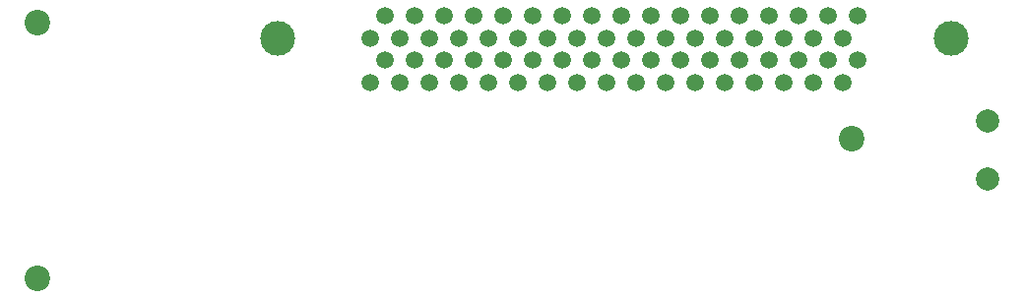
<source format=gbs>
G04 (created by PCBNEW (2013-mar-13)-testing) date Mon 11 Nov 2013 11:29:48 PM CET*
%MOIN*%
G04 Gerber Fmt 3.4, Leading zero omitted, Abs format*
%FSLAX34Y34*%
G01*
G70*
G90*
G04 APERTURE LIST*
%ADD10C,0.005906*%
%ADD11C,0.078740*%
%ADD12C,0.086614*%
%ADD13C,0.059055*%
%ADD14C,0.118110*%
G04 APERTURE END LIST*
G54D10*
G54D11*
X77460Y-54134D03*
X77460Y-52165D03*
G54D12*
X45275Y-48818D03*
X45275Y-57480D03*
X72834Y-52755D03*
G54D13*
X73059Y-50098D03*
X73059Y-48598D03*
X72559Y-50848D03*
X72559Y-49348D03*
X72059Y-50098D03*
X72059Y-48598D03*
X71559Y-50848D03*
X71559Y-49348D03*
X71059Y-50098D03*
X71059Y-48598D03*
X70559Y-50848D03*
X70559Y-49348D03*
X70059Y-50098D03*
X70059Y-48598D03*
X69559Y-50848D03*
X69559Y-49348D03*
X69059Y-50098D03*
X69059Y-48598D03*
X68559Y-50848D03*
X68559Y-49348D03*
X68059Y-50098D03*
X68059Y-48598D03*
X67559Y-50848D03*
X67559Y-49348D03*
X67059Y-50098D03*
X67059Y-48598D03*
X66559Y-50848D03*
X66559Y-49348D03*
X66059Y-50098D03*
X66059Y-48598D03*
X65559Y-50848D03*
X65559Y-49348D03*
X65059Y-50098D03*
X65059Y-48598D03*
X64559Y-50848D03*
X64559Y-49348D03*
X64059Y-50098D03*
X64059Y-48598D03*
X63559Y-50848D03*
X63559Y-49348D03*
X63059Y-50098D03*
X63059Y-48598D03*
X62559Y-50848D03*
X62559Y-49348D03*
X62059Y-50098D03*
X62059Y-48598D03*
X61559Y-50848D03*
X61559Y-49348D03*
X61059Y-50098D03*
X61059Y-48598D03*
X60559Y-50848D03*
X60559Y-49348D03*
X60059Y-50098D03*
X60059Y-48598D03*
X59559Y-50848D03*
X59559Y-49348D03*
X59059Y-50098D03*
X59059Y-48598D03*
X58559Y-50848D03*
X58559Y-49348D03*
X58059Y-50098D03*
X58059Y-48598D03*
X57559Y-50848D03*
X57559Y-49348D03*
X57059Y-50098D03*
X57059Y-48598D03*
X56559Y-50848D03*
X56559Y-49348D03*
G54D14*
X53409Y-49348D03*
X76208Y-49348D03*
M02*

</source>
